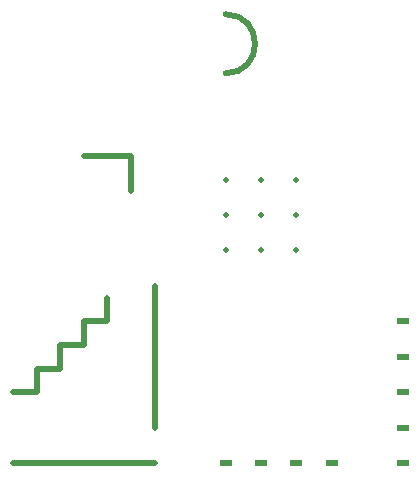
<source format=gbr>
G04 Test: Modal coordinates*
G04 Tests omitting X or Y when unchanged from current point*
G04 Based on Gerber spec - coordinates are modal*
%FSLAX26Y26*%
%MOMM*%
%ADD10C,0.5*%
%ADD11R,1.0X0.6*%
%LPD*%
G04 Horizontal line using Y modal (Y same as previous)*
D10*
G01*
X2000000Y2000000D02*
X5000000D01*
X8000000D01*
X11000000D01*
X14000000D01*
G04 Vertical line using X modal (X same as previous)*
X14000000Y5000000D02*
Y8000000D01*
Y11000000D01*
Y14000000D01*
Y17000000D01*
G04 Staircase pattern alternating modal X and Y*
X2000000Y8000000D02*
X4000000D01*
Y10000000D01*
X6000000D01*
Y12000000D01*
X8000000D01*
Y14000000D01*
X10000000D01*
Y16000000D01*
G04 Flashing with modal coordinates*
D11*
X20000000Y2000000D03*
X23000000D03*
X26000000D03*
X29000000D03*
G04 Vertical column of flashes*
X35000000Y2000000D03*
Y5000000D03*
Y8000000D03*
Y11000000D03*
Y14000000D03*
G04 Grid pattern using modal coordinates*
D10*
G04 Row 1*
X20000000Y20000000D03*
X23000000D03*
X26000000D03*
G04 Row 2 (Y changes, then X modal)*
Y23000000D03*
X23000000D03*
X20000000D03*
G04 Row 3*
Y26000000D03*
X23000000D03*
X26000000D03*
G04 Moves with modal coordinates*
X2000000Y25000000D02*
X5000000D02*
Y28000000D02*
X8000000D02*
G04 Draw from last move position*
X12000000D01*
Y25000000D01*
G04 Arc with modal end coordinates*
G75*
D10*
X20000000Y35000000D02*
G03*
Y40000000I0J2500000D01*
G02*
Y35000000I0J-2500000D01*
M02*

</source>
